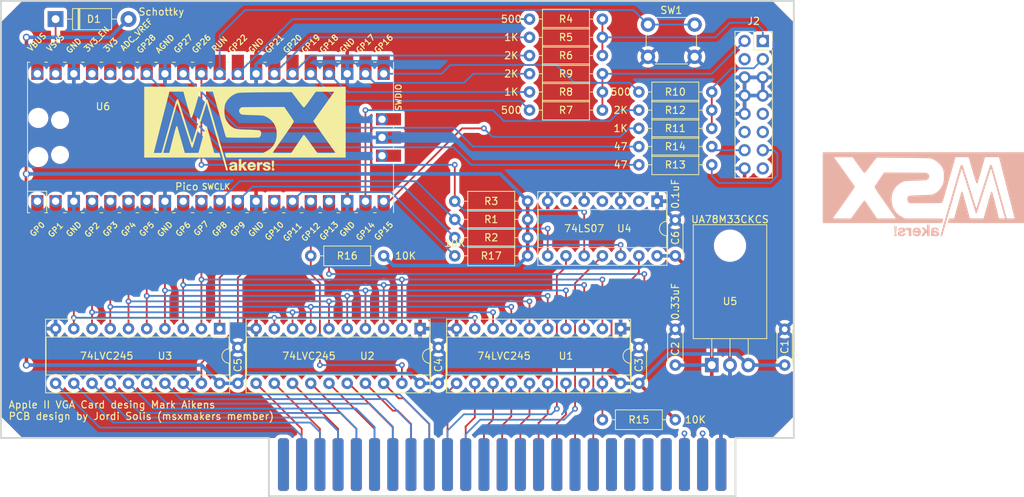
<source format=kicad_pcb>
(kicad_pcb (version 20221018) (generator pcbnew)
  (title_block (title "Apple II VGA Card") (date "2021-12-13") (rev "A") (comment 1 "Licensed under CERN-OHL-P V2.0 (https://ohwr.org/cern_ohl_p_v2.txt)") (comment 2 "Copyright (c) 2021-2022 Mark Aikens"))
  (layers (0 "F.Cu" signal) (31 "B.Cu" signal) (35 "F.Paste" user) (37 "F.SilkS" user "F.Silkscreen") (38 "B.Mask" user) (39 "F.Mask" user) (44 "Edge.Cuts" user))
  (net 0 "")
  (net 1 "+5V")
  (net 2 "GND")
  (net 3 "+3.3V")
  (net 4 "~{DMAPASS}")
  (net 5 "~{INTPASS}")
  (net 6 "Net-(D1-K)")
  (net 7 "/DA0")
  (net 8 "/DA1")
  (net 9 "/DA2")
  (net 10 "/DA3")
  (net 11 "/DA4")
  (net 12 "/DA5")
  (net 13 "/DA6")
  (net 14 "/DA7")
  (net 22 "PHI0")
  (net 23 "R~{W}")
  (net 24 "VGA_VSYNC")
  (net 25 "VGA_HSYNC")
  (net 26 "VGA_B")
  (net 27 "VGA_G")
  (net 28 "VGA_R")
  (net 39 "RUN")
  (net 41 "D0")
  (net 42 "D1")
  (net 43 "D2")
  (net 44 "D3")
  (net 45 "D4")
  (net 46 "D5")
  (net 47 "D6")
  (net 48 "D7")
  (net 49 "A15")
  (net 50 "A14")
  (net 51 "A13")
  (net 52 "A12")
  (net 53 "A11")
  (net 54 "A10")
  (net 55 "A9")
  (net 56 "A8")
  (net 57 "A7")
  (net 58 "A6")
  (net 59 "A5")
  (net 60 "A4")
  (net 61 "A3")
  (net 62 "A2")
  (net 63 "A1")
  (net 64 "A0")
  (net 65 "~{DEVSEL}")
  (net 70 "Net-(U6-GPIO8)")
  (net 71 "Net-(U6-GPIO9)")
  (net 72 "Net-(U6-GPIO26_ADC0)")
  (net 73 "Net-(U6-GPIO22)")
  (net 74 "Net-(U6-GPIO21)")
  (net 75 "Net-(U6-GPIO20)")
  (net 76 "Net-(U6-GPIO19)")
  (net 77 "Net-(U6-GPIO18)")
  (net 78 "Net-(U6-GPIO17)")
  (net 79 "Net-(U6-GPIO16)")
  (net 80 "Net-(U6-GPIO15)")
  (net 81 "Net-(U6-GPIO14)")
  (net 82 "Net-(U6-GPIO28_ADC2)")
  (net 86 "Net-(U6-GPIO27_ADC1)")
  (net 87 "Net-(U1-CE)")
  (net 88 "Net-(U2-CE)")
  (net 89 "Net-(U3-CE)")
  (net 90 "Net-(U3-A->B)")
  (footprint "AppleVGA:AppleIIBus_Edge" (layer "F.Cu") (at 179.07 123.19)
    (fp_text reference "J1")
    (fp_text value "AppleIIBus")
  )
  (footprint "Resistor_THT:R_Axial_DIN0207_L6.3mm_D2.5mm_P10.16mm_Horizontal" (layer "F.Cu") (at 182.626 91.44 180)
    (fp_text reference "R2")
    (fp_text value "330")
  )
  (footprint "Resistor_THT:R_Axial_DIN0207_L6.3mm_D2.5mm_P10.16mm_Horizontal" (layer "F.Cu") (at 182.626 88.9 180)
    (fp_text reference "R1")
    (fp_text value "330")
  )
  (footprint "Resistor_THT:R_Axial_DIN0207_L6.3mm_D2.5mm_P10.16mm_Horizontal" (layer "F.Cu") (at 182.88 66.04)
    (fp_text reference "R6")
    (fp_text value "2K")
  )
  (footprint "Resistor_THT:R_Axial_DIN0207_L6.3mm_D2.5mm_P10.16mm_Horizontal" (layer "F.Cu") (at 182.88 73.66)
    (fp_text reference "R7")
    (fp_text value "500")
  )
  (footprint "Resistor_THT:R_Axial_DIN0207_L6.3mm_D2.5mm_P10.16mm_Horizontal" (layer "F.Cu") (at 198.12 78.74)
    (fp_text reference "R14")
    (fp_text value "47")
  )
  (footprint "Resistor_THT:R_Axial_DIN0207_L6.3mm_D2.5mm_P10.16mm_Horizontal" (layer "F.Cu") (at 198.12 81.28)
    (fp_text reference "R13")
    (fp_text value "47")
  )
  (footprint "Capacitor_THT:C_Disc_D4.3mm_W1.9mm_P5.00mm" (layer "F.Cu") (at 203.2 104.22 -90)
    (fp_text reference "C2")
    (fp_text value "0.33uF")
  )
  (footprint "Capacitor_THT:C_Disc_D4.3mm_W1.9mm_P5.00mm" (layer "F.Cu") (at 203.2 93.98 90)
    (fp_text reference "C6")
    (fp_text value "0.1uF")
  )
  (footprint "Resistor_THT:R_Axial_DIN0207_L6.3mm_D2.5mm_P10.16mm_Horizontal" (layer "F.Cu") (at 198.12 76.2)
    (fp_text reference "R11")
    (fp_text value "1K")
  )
  (footprint "Resistor_THT:R_Axial_DIN0207_L6.3mm_D2.5mm_P10.16mm_Horizontal" (layer "F.Cu") (at 198.12 73.66)
    (fp_text reference "R12")
    (fp_text value "2K")
  )
  (footprint "Resistor_THT:R_Axial_DIN0207_L6.3mm_D2.5mm_P10.16mm_Horizontal" (layer "F.Cu") (at 198.12 71.12)
    (fp_text reference "R10")
    (fp_text value "500")
  )
  (footprint "Resistor_THT:R_Axial_DIN0207_L6.3mm_D2.5mm_P10.16mm_Horizontal" (layer "F.Cu") (at 182.88 71.12)
    (fp_text reference "R8")
    (fp_text value "1K")
  )
  (footprint "Resistor_THT:R_Axial_DIN0207_L6.3mm_D2.5mm_P10.16mm_Horizontal" (layer "F.Cu") (at 182.88 68.58)
    (fp_text reference "R9")
    (fp_text value "2K")
  )
  (footprint "MCU_RaspberryPi_and_Boards:RPi_Pico_SMD_TH" (layer "F.Cu") (at 138.43 77.47 90)
    (fp_text reference "U6")
    (fp_text value "Pico")
  )
  (footprint "Diode_THT:D_DO-41_SOD81_P10.16mm_Horizontal" (layer "F.Cu") (at 116.84 60.96)
    (fp_text reference "D1")
    (fp_text value "Schottky")
  )
  (footprint "Resistor_THT:R_Axial_DIN0207_L6.3mm_D2.5mm_P10.16mm_Horizontal" (layer "F.Cu") (at 182.626 86.36 180)
    (fp_text reference "R3")
    (fp_text value "330")
  )
  (footprint "Resistor_THT:R_Axial_DIN0207_L6.3mm_D2.5mm_P10.16mm_Horizontal" (layer "F.Cu") (at 203.2 116.84 180)
    (fp_text reference "R15")
    (fp_text value "10K")
  )
  (footprint "Resistor_THT:R_Axial_DIN0207_L6.3mm_D2.5mm_P10.16mm_Horizontal" (layer "F.Cu") (at 162.56 93.98 180)
    (fp_text reference "R16")
    (fp_text value "10K")
  )
  (footprint "Button_Switch_THT:SW_PUSH_6mm_H5mm" (layer "F.Cu") (at 199.39 61.722)
    (fp_text reference "SW1")
    (fp_text value "SW_Push")
  )
  (footprint "Package_DIP:DIP-20_W7.62mm_Socket" (layer "F.Cu") (at 195.58 104.14 -90)
    (fp_text reference "U1")
    (fp_text value "74LVC245")
  )
  (footprint "Package_DIP:DIP-20_W7.62mm_Socket" (layer "F.Cu") (at 139.7 104.14 -90)
    (fp_text reference "U3")
    (fp_text value "74LVC245")
  )
  (footprint "Package_DIP:DIP-20_W7.62mm_Socket" (layer "F.Cu") (at 167.64 104.14 -90)
    (fp_text reference "U2")
    (fp_text value "74LVC245")
  )
  (footprint "Package_DIP:DIP-14_W7.62mm_Socket" (layer "F.Cu") (at 200.66 86.36 -90)
    (fp_text reference "U4")
    (fp_text value "74LS07")
  )
  (footprint "Capacitor_THT:C_Disc_D4.3mm_W1.9mm_P5.00mm" (layer "F.Cu") (at 142.24 111.76 90)
    (fp_text reference "C5")
    (fp_text value "0.1uF")
  )
  (footprint "Capacitor_THT:C_Disc_D4.3mm_W1.9mm_P5.00mm" (layer "F.Cu") (at 170.18 111.76 90)
    (fp_text reference "C4")
    (fp_text value "0.1uF")
  )
  (footprint "Capacitor_THT:C_Disc_D4.3mm_W1.9mm_P5.00mm" (layer "F.Cu") (at 198.12 111.76 90)
    (fp_text reference "C3")
    (fp_text value "0.1uF")
  )
  (footprint "Resistor_THT:R_Axial_DIN0207_L6.3mm_D2.5mm_P10.16mm_Horizontal" (layer "F.Cu") (at 182.626 93.98 180)
    (fp_text reference "R17")
    (fp_text value "10K")
  )
  (footprint "Package_TO_SOT_THT:TO-220-3_Horizontal_TabDown" (layer "F.Cu") (at 208.28 109.22)
    (fp_text reference "U5")
    (fp_text value "UA78M33CKCS")
  )
  (footprint "Capacitor_THT:C_Disc_D4.3mm_W1.9mm_P5.00mm" (layer "F.Cu") (at 218.44 109.22 90)
    (fp_text reference "C1")
    (fp_text value "0.1uF")
  )
  (footprint "Connector_PinSocket_2.54mm:PinSocket_2x08_P2.54mm_Vertical" (layer "F.Cu") (at 215.392 64.008)
    (fp_text reference "J2")
    (fp_text value "VGA")
  )
  (footprint "Resistor_THT:R_Axial_DIN0207_L6.3mm_D2.5mm_P10.16mm_Horizontal" (layer "F.Cu") (at 182.88 63.5)
    (fp_text reference "R5")
    (fp_text value "1K")
  )
  (footprint "Resistor_THT:R_Axial_DIN0207_L6.3mm_D2.5mm_P10.16mm_Horizontal" (layer "F.Cu") (at 182.88 60.96)
    (fp_text reference "R4")
    (fp_text value "500")
  )
  (footprint "MSXmakers:Logo_MSXmakers_fsilk_29x14" (layer "F.Cu") (at 143.256 76.2)
    (fp_text reference "G***" hide)
    (fp_text value "Val**" hide)
  )
  (footprint "MSXmakers:Logo_MSXmakers_fsilk_29x14" (layer "B.Cu") (at 237.744 85.344 180)
    (fp_text reference "G***" hide)
    (fp_text value "Val**" hide)
  )
  (gr_line (start 211.582 127.508) (end 211.582 119.38) (stroke (width 0.254)) (layer "Edge.Cuts"))
  (gr_line (start 219.71 119.38) (end 219.71 58.42) (stroke (width 0.254)) (layer "Edge.Cuts"))
  (gr_line (start 219.71 58.42) (end 109.22 58.42) (stroke (width 0.254)) (layer "Edge.Cuts"))
  (gr_line (start 146.558 127.508) (end 211.582 127.508) (stroke (width 0.254)) (layer "Edge.Cuts"))
  (gr_line (start 211.582 119.38) (end 219.71 119.38) (stroke (width 0.254)) (layer "Edge.Cuts"))
  (gr_line (start 109.22 119.38) (end 146.558 119.38) (stroke (width 0.254)) (layer "Edge.Cuts"))
  (gr_line (start 146.558 119.38) (end 146.558 127.508) (stroke (width 0.254)) (layer "Edge.Cuts"))
  (gr_line (start 109.22 58.42) (end 109.22 119.38) (stroke (width 0.254)) (layer "Edge.Cuts"))
  (gr_text "Apple II VGA Card desing Mark Aikens\nPCB design by Jordi Solis (msxmakers member)" (at 110.2106 116.9416) (layer "F.SilkS") (effects (font (size 1 1)) (justify left bottom)))
  (segment (start 208.28 117.475) (end 209.55 118.745) (width 0.5) (layer "F.Cu") (net 1))
  (segment (start 208.28 99.06) (end 203.2 93.98) (width 0.5) (layer "F.Cu") (net 1))
  (segment (start 208.28 109.22) (end 208.28 99.06) (width 0.5) (layer "F.Cu") (net 1))
  (segment (start 209.55 118.745) (end 209.55 123.09) (width 0.5) (layer "F.Cu") (net 1))
  (segment (start 208.28 109.22) (end 208.28 117.475) (width 0.5) (layer "F.Cu") (net 1))
  (segment (start 203.2 109.22) (end 208.28 109.22) (width 0.5) (layer "B.Cu") (net 1))
  (segment (start 203.2 93.98) (end 200.66 93.98) (width 0.5) (layer "B.Cu") (net 1))
  (segment (start 209.55 118.66) (end 209.55 123.09) (width 0.5) (layer "B.Cu") (net 2))
  (segment (start 210.82 109.22) (end 210.82 117.39) (width 0.5) (layer "B.Cu") (net 2))
  (segment (start 210.82 117.39) (end 209.55 118.66) (width 0.5) (layer "B.Cu") (net 2))
  (segment (start 195.58 104.14) (end 195.58 104.22) (width 0.5) (layer "B.Cu") (net 2))
  (segment (start 182.626 93.98) (end 182.626 86.36) (width 0.5) (layer "F.Cu") (net 3))
  (segment (start 203.2 116.84) (end 198.12 111.76) (width 0.5) (layer "F.Cu") (net 3))
  (segment (start 112.776 109.22) (end 112.776 63.5) (width 0.5) (layer "F.Cu") (net 3))
  (via (at 112.776 82.55) (size 1) (drill 0.6) (layers "F.Cu" "B.Cu") (net 3))
  (via (at 112.776 109.22) (size 1) (drill 0.6) (layers "F.Cu" "B.Cu") (net 3))
  (via (at 112.776 63.5) (size 1) (drill 0.6) (layers "F.Cu" "B.Cu") (net 3))
  (segment (start 213.36 109.22) (end 218.44 109.22) (width 0.5) (layer "B.Cu") (net 3))
  (segment (start 127 60.96) (end 124.46 63.5) (width 0.5) (layer "B.Cu") (net 3))
  (segment (start 195.58 111.76) (end 194.23 110.41) (width 0.5) (layer "B.Cu") (net 3))
  (segment (start 163.91 95.33) (end 181.276 95.33) (width 0.5) (layer "B.Cu") (net 3))
  (segment (start 182.626 86.36) (end 178.816 82.55) (width 0.5) (layer "B.Cu") (net 3))
  (segment (start 162.56 93.98) (end 163.91 95.33) (width 0.5) (layer "B.Cu") (net 3))
  (segment (start 198.12 111.76) (end 195.58 111.76) (width 0.5) (layer "B.Cu") (net 3))
  (segment (start 202.21 107.67) (end 198.12 111.76) (width 0.5) (layer "B.Cu") (net 3))
  (segment (start 167.64 111.76) (end 166.29 110.41) (width 0.5) (layer "B.Cu") (net 3))
  (segment (start 166.29 110.41) (end 143.59 110.41) (width 0.5) (layer "B.Cu") (net 3))
  (segment (start 194.23 110.41) (end 171.53 110.41) (width 0.5) (layer "B.Cu") (net 3))
  (segment (start 137.16 109.22) (end 112.776 109.22) (width 0.5) (layer "B.Cu") (net 3))
  (segment (start 178.816 82.55) (end 112.776 82.55) (width 0.5) (layer "B.Cu") (net 3))
  (segment (start 170.18 111.76) (end 167.64 111.76) (width 0.5) (layer "B.Cu") (net 3))
  (segment (start 142.24 111.76) (end 139.7 111.76) (width 0.5) (layer "B.Cu") (net 3))
  (segment (start 143.59 110.41) (end 142.24 111.76) (width 0.5) (layer "B.Cu") (net 3))
  (segment (start 181.276 95.33) (end 182.626 93.98) (width 0.5) (layer "B.Cu") (net 3))
  (segment (start 213.36 109.22) (end 211.81 107.67) (width 0.5) (layer "B.Cu") (net 3))
  (segment (start 139.7 111.76) (end 137.16 109.22) (width 0.5) (layer "B.Cu") (net 3))
  (segment (start 211.81 107.67) (end 202.21 107.67) (width 0.5) (layer "B.Cu") (net 3))
  (segment (start 171.53 110.41) (end 170.18 111.76) (width 0.5) (layer "B.Cu") (net 3))
  (segment (start 124.46 63.5) (end 112.776 63.5) (width 0.5) (layer "B.Cu") (net 3))
  (segment (start 207.01 123.09) (end 207.01 118.745) (width 0.25) (layer "F.Cu") (net 4))
  (via (at 207.01 118.745) (size 0.8) (drill 0.4) (layers "F.Cu" "B.Cu") (net 4))
  (segment (start 207.01 123.09) (end 207.01 118.745) (width 0.25) (layer "B.Cu") (net 4))
  (segment (start 204.47 123.09) (end 204.47 118.745) (width 0.25) (layer "F.Cu") (net 5))
  (via (at 204.47 118.745) (size 0.8) (drill 0.4) (layers "F.Cu" "B.Cu") (net 5))
  (segment (start 204.47 123.09) (end 204.47 118.745) (width 0.25) (layer "B.Cu") (net 5))
  (segment (start 116.84 60.96) (end 116.84 68.58) (width 0.25) (layer "F.Cu") (net 6))
  (segment (start 119.38 102.615988) (end 119.379988 102.616) (width 0.25) (layer "F.Cu") (net 7))
  (segment (start 119.38 102.616012) (end 119.379988 102.616) (width 0.25) (layer "F.Cu") (net 7))
  (segment (start 119.38 104.14) (end 119.38 102.616012) (width 0.25) (layer "F.Cu") (net 7))
  (segment (start 119.38 97.536) (end 119.38 102.615988) (width 0.25) (layer "F.Cu") (net 7))
  (segment (start 147.32 104.14) (end 147.32 102.616) (width 0.25) (layer "F.Cu") (net 7))
  (segment (start 175.26 104.14) (end 175.26 102.616004) (width 0.25) (layer "F.Cu") (net 7))
  (segment (start 114.3 92.456) (end 119.38 97.536) (width 0.25) (layer "F.Cu") (net 7))
  (segment (start 114.3 86.36) (end 114.3 92.456) (width 0.25) (layer "F.Cu") (net 7))
  (via (at 175.26 102.616004) (size 0.8) (drill 0.4) (layers "F.Cu" "B.Cu") (net 7))
  (via (at 147.32 102.616) (size 0.8) (drill 0.4) (layers "F.Cu" "B.Cu") (net 7))
  (via (at 119.379988 102.616) (size 0.8) (drill 0.4) (layers "F.Cu" "B.Cu") (net 7))
  (segment (start 119.379988 102.616) (end 147.32 102.616) (width 0.25) (layer "B.Cu") (net 7))
  (segment (start 175.259996 102.616) (end 175.26 102.616004) (width 0.25) (layer "B.Cu") (net 7))
  (segment (start 147.32 102.616) (end 175.259996 102.616) (width 0.25) (layer "B.Cu") (net 7))
  (segment (start 121.92 104.14) (end 121.92 101.854) (width 0.25) (layer "F.Cu") (net 8))
  (segment (start 121.92 96.774) (end 116.84 91.694) (width 0.25) (layer "F.Cu") (net 8))
  (segment (start 121.92 101.854) (end 121.92 96.774) (width 0.25) (layer "F.Cu") (net 8))
  (segment (start 177.8 104.14) (end 177.8 101.854008) (width 0.25) (layer "F.Cu") (net 8))
  (segment (start 149.86 104.14) (end 149.86 101.854008) (width 0.25) (layer "F.Cu") (net 8))
  (segment (start 116.84 91.694) (end 116.84 86.36) (width 0.25) (layer "F.Cu") (net 8))
  (via (at 177.8 101.854008) (size 0.8) (drill 0.4) (layers "F.Cu" "B.Cu") (net 8))
  (via (at 149.86 101.854008) (size 0.8) (drill 0.4) (layers "F.Cu" "B.Cu") (net 8))
  (via (at 121.92 101.854) (size 0.8) (drill 0.4) (layers "F.Cu" "B.Cu") (net 8))
  (segment (start 177.8 101.854008) (end 121.920008 101.854008) (width 0.25) (layer "B.Cu") (net 8))
  (segment (start 121.920008 101.854008) (end 121.92 101.854) (width 0.25) (layer "B.Cu") (net 8))
  (segment (start 121.92 86.36) (end 121.92 93.726) (width 0.25) (layer "F.Cu") (net 9))
  (segment (start 124.46 104.14) (end 124.46 101.092) (width 0.25) (layer "F.Cu") (net 9))
  (segment (start 124.46 96.266) (end 124.46 101.092) (width 0.25) (layer "F.Cu") (net 9))
  (segment (start 180.34 104.14) (end 180.34 101.092) (width 0.25) (layer "F.Cu") (net 9))
  (segment (start 121.92 93.726) (end 124.46 96.266) (width 0.25) (layer "F.Cu") (net 9))
  (segment (start 152.4 104.14) (end 152.4 101.092) (width 0.25) (layer "F.Cu") (net 9))
  (via (at 180.34 101.092) (size 0.8) (drill 0.4) (layers "F.Cu" "B.Cu") (net 9))
  (via (at 152.4 101.092) (size 0.8) (drill 0.4) (layers "F.Cu" "B.Cu") (net 9))
  (via (at 124.46 101.092) (size 0.8) (drill 0.4) (layers "F.Cu" "B.Cu") (net 9))
  (segment (start 124.46 101.092) (end 180.34 101.092) (width 0.25) (layer "B.Cu") (net 9))
  (segment (start 124.46 92.964) (end 124.46 86.36) (width 0.25) (layer "F.Cu") (net 10))
  (segment (start 127 104.14) (end 127 100.33) (width 0.25) (layer "F.Cu") (net 10))
  (segment (start 154.94 104.14) (end 154.94 100.33) (width 0.25) (layer "F.Cu") (net 10))
  (segment (start 127 100.33) (end 127 95.504) (width 0.25) (layer "F.Cu") (net 10))
  (segment (start 127 95.504) (end 124.46 92.964) (width 0.25) (layer "F.Cu") (net 10))
  (segment (start 182.88 100.33) (end 182.88 104.14) (width 0.25) (layer "F.Cu") (net 10))
  (via (at 182.88 100.33) (size 0.8) (drill 0.4) (layers "F.Cu" "B.Cu") (net 10))
  (via (at 127 100.33) (size 0.8) (drill 0.4) (layers "F.Cu" "B.Cu") (net 10))
  (via (at 154.94 100.33) (size 0.8) (drill 0.4) (layers "F.Cu" "B.Cu") (net 10))
  (segment (start 182.626 100.33) (end 182.88 100.33) (width 0.25) (layer "B.Cu") (net 10))
  (segment (start 127 100.33) (end 182.626 100.33) (width 0.25) (layer "B.Cu") (net 10))
  (segment (start 185.42 104.14) (end 185.42 99.568) (width 0.25) (layer "F.Cu") (net 11))
  (segment (start 129.54 99.568) (end 129.54 104.14) (width 0.25) (layer "F.Cu") (net 11))
  (segment (start 129.54 99.568) (end 129.54 95.25) (width 0.25) (layer "F.Cu") (net 11))
  (segment (start 129.54 95.25) (end 127 92.71) (width 0.25) (layer "F.Cu") (net 11))
  (segment (start 127 92.71) (end 127 86.36) (width 0.25) (layer "F.Cu") (net 11))
  (segment (start 157.48 104.14) (end 157.48 99.568) (width 0.25) (layer "F.Cu") (net 11))
  (via (at 185.42 99.568) (size 0.8) (drill 0.4) (layers "F.Cu" "B.Cu") (net 11))
  (via (at 157.48 99.568) (size 0.8) (drill 0.4) (layers "F.Cu" "B.Cu") (net 11))
  (via (at 129.54 99.568) (size 0.8) (drill 0.4) (layers "F.Cu" "B.Cu") (net 11))
  (segment (start 185.42 99.568) (end 129.54 99.568) (width 0.25) (layer "B.Cu") (net 11))
  (segment (start 129.54 92.202) (end 129.54 86.36) (width 0.25) (layer "F.Cu") (net 12))
  (segment (start 132.08 94.742) (end 129.54 92.202) (width 0.25) (layer "F.Cu") (net 12))
  (segment (start 160.02 104.14) (end 160.02 98.806) (width 0.25) (layer "F.Cu") (net 12))
  (segment (start 132.08 104.14) (end 132.08 98.806) (width 0.25) (layer "F.Cu") (net 12))
  (segment (start 187.96 98.806) (end 187.96 104.14) (width 0.25) (layer "F.Cu") (net 12))
  (segment (start 132.08 98.806) (end 132.08 94.742) (width 0.25) (layer "F.Cu") (net 12))
  (via (at 160.02 98.806) (size 0.8) (drill 0.4) (layers "F.Cu" "B.Cu") (net 12))
  (via (at 187.96 98.806) (size 0.8) (drill 0.4) (layers "F.Cu" "B.Cu") (net 12))
  (via (at 132.08 98.806) (size 0.8) (drill 0.4) (layers "F.Cu" "B.Cu") (net 12))
  (segment (start 132.08 98.806) (end 187.96 98.806) (width 0.25) (layer "B.Cu") (net 12))
  (segment (start 162.56 104.14) (end 162.56 98.044) (width 0.25) (layer "F.Cu") (net 13))
  (segment (start 134.62 98.044) (end 134.62 86.36) (width 0.25) (layer "F.Cu") (net 13))
  (segment (start 190.5 104.14) (end 190.5 98.044) (width 0.25) (layer "F.Cu") (net 13))
  (segment (start 134.62 98.044) (end 134.62 104.14) (width 0.25) (layer "F.Cu") (net 13))
  (via (at 134.62 98.044) (size 0.8) (drill 0.4) (layers "F.Cu" "B.Cu") (net 13))
  (via (at 162.56 98.044) (size 0.8) (drill 0.4) (layers "F.Cu" "B.Cu") (net 13))
  (via (at 190.5 98.044) (size 0.8) (drill 0.4) (layers "F.Cu" "B.Cu") (net 13))
  (segment (start 190.5 98.044) (end 134.62 98.044) (width 0.25) (layer "B.Cu") (net 13))
  (segment (start 193.04 97.282) (end 193.04 104.14) (width 0.25) (layer "F.Cu") (net 14))
  (segment (start 137.16 104.14) (end 137.16 97.282) (width 0.25) (layer "F.Cu") (net 14))
  (segment (start 137.16 97.282) (end 137.16 86.36) (width 0.25) (layer "F.Cu") (net 14))
  (segment (start 165.1 104.14) (end 165.1 97.282) (width 0.25) (layer "F.Cu") (net 14))
  (via (at 165.1 97.282) (size 0.8) (drill 0.4) (layers "F.Cu" "B.Cu") (net 14))
  (via (at 137.16 97.282) (size 0.8) (drill 0.4) (layers "F.Cu" "B.Cu") (net 14))
  (via (at 193.04 97.282) (size 0.8) (drill 0.4) (layers "F.Cu" "B.Cu") (net 14))
  (segment (start 137.16 97.282) (end 190.753999 97.282) (width 0.25) (layer "B.Cu") (net 14))
  (segment (start 190.753999 97.282) (end 193.04 97.282) (width 0.25) (layer "B.Cu") (net 14))
  (segment (start 193.04 93.98) (end 189.23 97.79) (width 0.25) (layer "F.Cu") (net 22))
  (segment (start 189.23 97.79) (end 189.23 115.316) (width 0.25) (layer "F.Cu") (net 22))
  (via (at 189.23 115.316) (size 0.8) (drill 0.4) (layers "F.Cu" "B.Cu") (net 22))
  (segment (start 187.706 116.84) (end 189.23 115.316) (width 0.25) (layer "B.Cu") (net 22))
  (segment (start 173.99 118.872) (end 176.022 116.84) (width 0.25) (layer "B.Cu") (net 22))
  (segment (start 173.99 123.09) (end 173.99 118.872) (width 0.25) (layer "B.Cu") (net 22))
  (segment (start 176.022 116.84) (end 187.706 116.84) (width 0.25) (layer "B.Cu") (net 22))
  (segment (start 194.31 100.076) (end 198.12 96.266) (width 0.25) (layer "F.Cu") (net 23))
  (segment (start 191.77 108.712) (end 194.31 106.172) (width 0.25) (layer "F.Cu") (net 23))
  (segment (start 198.12 96.266) (end 198.12 93.98) (width 0.25) (layer "F.Cu") (net 23))
  (segment (start 191.77 123.09) (end 191.77 108.712) (width 0.25) (layer "F.Cu") (net 23))
  (segment (start 194.31 106.172) (end 194.31 100.076) (width 0.25) (layer "F.Cu") (net 23))
  (segment (start 212.852 79.248) (end 208.788 79.248) (width 0.25) (layer "B.Cu") (net 24))
  (segment (start 208.788 79.248) (end 208.28 78.74) (width 0.25) (layer "B.Cu") (net 24))
  (segment (start 208.28 82.804) (end 208.28 81.28) (width 0.25) (layer "B.Cu") (net 25))
  (segment (start 217.424 82.804) (end 216.408 83.82) (width 0.25) (layer "B.Cu") (net 25))
  (segment (start 209.296 83.82) (end 208.28 82.804) (width 0.25) (layer "B.Cu") (net 25))
  (segment (start 215.392 79.248) (end 216.916 79.248) (width 0.25) (layer "B.Cu") (net 25))
  (segment (start 216.408 83.82) (end 209.296 83.82) (width 0.25) (layer "B.Cu") (net 25))
  (segment (start 217.424 79.756) (end 217.424 82.804) (width 0.25) (layer "B.Cu") (net 25))
  (segment (start 216.916 79.248) (end 217.424 79.756) (width 0.25) (layer "B.Cu") (net 25))
  (segment (start 208.28 71.12) (end 208.28 76.2) (width 0.25) (layer "F.Cu") (net 26))
  (segment (start 208.28 70.612) (end 208.28 71.12) (width 0.25) (layer "B.Cu") (net 26))
  (segment (start 211.074344 67.817656) (end 208.28 70.612) (width 0.25) (layer "B.Cu") (net 26))
  (segment (start 215.392 66.548) (end 214.122344 67.817656) (width 0.25) (layer "B.Cu") (net 26))
  (segment (start 214.122344 67.817656) (end 211.074344 67.817656) (width 0.25) (layer "B.Cu") (net 26))
  (segment (start 193.04 68.58) (end 193.04 73.66) (width 0.25) (layer "F.Cu") (net 27))
  (segment (start 193.04 68.58) (end 208.28 68.58) (width 0.25) (layer "B.Cu") (net 27))
  (segment (start 208.28 68.58) (end 212.852 64.008) (width 0.25) (layer "B.Cu") (net 27))
  (segment (start 193.04 60.96) (end 193.04 66.04) (width 0.25) (layer "F.Cu") (net 28))
  (segment (start 193.04 63.5) (end 208.788 63.5) (width 0.25) (layer "B.Cu") (net 28))
  (segment (start 208.788 63.5) (end 210.82 61.468) (width 0.25) (layer "B.Cu") (net 28))
  (segment (start 210.82 61.468) (end 214.376 61.468) (width 0.25) (layer "B.Cu") (net 28))
  (segment (start 215.392 62.484) (end 215.392 64.008) (width 0.25) (layer "B.Cu") (net 28))
  (segment (start 214.376 61.468) (end 215.392 62.484) (width 0.25) (layer "B.Cu") (net 28))
  (segment (start 197.358 59.69) (end 199.39 61.722) (width 0.25) (layer "B.Cu") (net 39))
  (segment (start 139.7 63.246) (end 143.256 59.69) (width 0.25) (layer "B.Cu") (net 39))
  (segment (start 139.7 68.58) (end 139.7 63.246) (width 0.25) (layer "B.Cu") (net 39))
  (segment (start 199.39 61.722) (end 205.89 61.722) (width 0.25) (layer "B.Cu") (net 39))
  (segment (start 143.256 59.69) (end 197.358 59.69) (width 0.25) (layer "B.Cu") (net 39))
  (segment (start 123.02 117.94) (end 116.84 111.76) (width 0.25) (layer "B.Cu") (net 41))
  (segment (start 149.96 117.94) (end 123.02 117.94) (width 0.25) (layer "B.Cu") (net 41))
  (segment (start 151.13 119.11) (end 149.96 117.94) (width 0.25) (layer "B.Cu") (net 41))
  (segment (start 151.13 123.09) (end 151.13 119.11) (width 0.25) (layer "B.Cu") (net 41))
  (segment (start 153.67 118.56) (end 152.35 117.24) (width 0.25) (layer "B.Cu") (net 42))
  (segment (start 153.67 123.09) (end 153.67 118.56) (width 0.25) (layer "B.Cu") (net 42))
  (segment (start 124.86 117.24) (end 119.38 111.76) (width 0.25) (layer "B.Cu") (net 42))
  (segment (start 152.35 117.24) (end 124.86 117.24) (width 0.25) (layer "B.Cu") (net 42))
  (segment (start 126.7 116.54) (end 121.92 111.76) (width 0.25) (layer "B.Cu") (net 43))
  (segment (start 154.32 116.54) (end 126.7 116.54) (width 0.25) (layer "B.Cu") (net 43))
  (segment (start 156.21 118.43) (end 154.32 116.54) (width 0.25) (layer "B.Cu") (net 43))
  (segment (start 156.21 123.09) (end 156.21 118.43) (width 0.25) (layer "B.Cu") (net 43))
  (segment (start 158.75 123.09) (end 158.75 118.08) (width 0.25) (layer "B.Cu") (net 44))
  (segment (start 156.57 115.9) (end 128.6 115.9) (width 0.25) (layer "B.Cu") (net 44))
  (segment (start 128.6 115.9) (end 124.46 111.76) (width 0.25) (layer "B.Cu") (net 44))
  (segment (start 158.75 118.08) (end 156.57 115.9) (width 0.25) (layer "B.Cu") (net 44))
  (segment (start 161.29 117.86) (end 158.71 115.28) (width 0.25) (layer "B.Cu") (net 45))
  (segment (start 130.52 115.28) (end 127 111.76) (width 0.25) (layer "B.Cu") (net 45))
  (segment (start 161.29 123.09) (end 161.29 117.86) (width 0.25) (layer "B.Cu") (net 45))
  (segment (start 158.71 115.28) (end 130.52 115.28) (width 0.25) (layer "B.Cu") (net 45))
  (segment (start 163.83 123.09) (end 163.83 117.81) (width 0.25) (layer "B.Cu") (net 46))
  (segment (start 163.83 117.81) (end 160.62 114.6) (width 0.25) (layer "B.Cu") (net 46))
  (segment (start 132.38 114.6) (end 129.54 111.76) (width 0.25) (layer "B.Cu") (net 46))
  (segment (start 160.62 114.6) (end 132.38 114.6) (width 0.25) (layer "B.Cu") (net 46))
  (segment (start 166.37 123.09) (end 166.37 117.51) (width 0.25) (layer "B.Cu") (net 47))
  (segment (start 166.37 117.51) (end 162.82 113.96) (width 0.25) (layer "B.Cu") (net 47))
  (segment (start 162.82 113.96) (end 134.28 113.96) (width 0.25) (layer "B.Cu") (net 47))
  (segment (start 134.28 113.96) (end 132.08 111.76) (width 0.25) (layer "B.Cu") (net 47))
  (segment (start 168.91 123.09) (end 168.91 117.42) (width 0.25) (layer "B.Cu") (net 48))
  (segment (start 168.91 117.42) (end 164.8 113.31) (width 0.25) (layer "B.Cu") (net 48))
  (segment (start 164.8 113.31) (end 136.17 113.31) (width 0.25) (layer "B.Cu") (net 48))
  (segment (start 136.17 113.31) (end 134.62 111.76) (width 0.25) (layer "B.Cu") (net 48))
  (segment (start 189.23 117.46) (end 189.23 123.09) (width 0.25) (layer "F.Cu") (net 49))
  (segment (start 190.5 116.19) (end 189.23 117.46) (width 0.25) (layer "F.Cu") (net 49))
  (segment (start 190.5 111.76) (end 190.5 116.19) (width 0.25) (layer "F.Cu") (net 49))
  (segment (start 186.69 117.39) (end 186.69 123.09) (width 0.25) (layer "F.Cu") (net 50))
  (segment (start 187.96 116.12) (end 186.69 117.39) (width 0.25) (layer "F.Cu") (net 50))
  (segment (start 187.96 111.76) (end 187.96 116.12) (width 0.25) (layer "F.Cu") (net 50))
  (segment (start 185.42 111.76) (end 185.42 116.02) (width 0.25) (layer "F.Cu") (net 51))
  (segment (start 185.42 116.02) (end 184.15 117.29) (width 0.25) (layer "F.Cu") (net 51))
  (segment (start 184.15 117.29) (end 184.15 123.09) (width 0.25) (layer "F.Cu") (net 51))
  (segment (start 181.61 117.52) (end 181.61 123.09) (width 0.25) (layer "F.Cu") (net 52))
  (segment (start 182.88 111.76) (end 182.88 116.25) (width 0.25) (layer "F.Cu") (net 52))
  (segment (start 182.88 116.25) (end 181.61 117.52) (width 0.25) (layer "F.Cu") (net 52))
  (segment (start 180.34 116.38) (end 179.07 117.65) (width 0.25) (layer "F.Cu") (net 53))
  (segment (start 180.34 111.76) (end 180.34 116.38) (width 0.25) (layer "F.Cu") (net 53))
  (segment (start 179.07 117.65) (end 179.07 123.09) (width 0.25) (layer "F.Cu") (net 53))
  (segment (start 176.53 118.1) (end 177.8 116.83) (width 0.25) (layer "F.Cu") (net 54))
  (segment (start 177.8 116.83) (end 177.8 111.76) (width 0.25) (layer "F.Cu") (net 54))
  (segment (start 176.53 123.09) (end 176.53 118.1) (width 0.25) (layer "F.Cu") (net 54))
  (segment (start 175.26 116.51) (end 173.97 117.8) (width 0.25) (layer "F.Cu") (net 55))
  (segment (start 173.99 117.82) (end 173.99 123.09) (width 0.25) (layer "F.Cu") (net 55))
  (segment (start 173.97 117.8) (end 173.99 117.82) (width 0.25) (layer "F.Cu") (net 55))
  (segment (start 175.26 111.76) (end 175.26 116.51) (width 0.25) (layer "F.Cu") (net 55))
  (segment (start 171.45 113.03) (end 171.45 123.09) (width 0.25) (layer "F.Cu") (net 56))
  (segment (start 172.72 111.76) (end 171.45 113.03) (width 0.25) (layer "F.Cu") (net 56))
  (segment (start 165.314505 113.855495) (end 164.655495 113.855495) (width 0.25) (layer "F.Cu") (net 57))
  (segment (start 168.91 123.09) (end 168.91 117.450991) (width 0.25) (layer "F.Cu") (net 57))
  (segment (start 168.91 117.450991) (end 165.314505 113.855495) (width 0.25) (layer "F.Cu") (net 57))
  (segment (start 164.655495 113.855495) (end 162.56 111.76) (width 0.25) (layer "F.Cu") (net 57))
  (segment (start 166.37 123.09) (end 166.37 117.43) (width 0.25) (layer "F.Cu") (net 58))
  (segment (start 164.52 115.58) (end 163.84 115.58) (width 0.25) (layer "F.Cu") (net 58))
  (segment (start 166.37 117.43) (end 164.52 115.58) (width 0.25) (layer "F.Cu") (net 58))
  (segment (start 163.84 115.58) (end 160.02 111.76) (width 0.25) (layer "F.Cu") (net 58))
  (segment (start 163.83 123.09) (end 163.83 117.895) (width 0.25) (layer "F.Cu") (net 59))
  (segment (start 163.83 117.895) (end 157.695 111.76) (width 0.25) (layer "F.Cu") (net 59))
  (segment (start 157.695 111.76) (end 157.48 111.76) (width 0.25) (layer "F.Cu") (net 59))
  (segment (start 161.29 118.11) (end 154.94 111.76) (width 0.25) (layer "F.Cu") (net 60))
  (segment (start 161.29 123.09) (end 161.29 118.11) (width 0.25) (layer "F.Cu") (net 60))
  (segment (start 158.75 123.09) (end 158.75 118.11) (width 0.25) (layer "F.Cu") (net 61))
  (segment (start 158.75 118.11) (end 152.4 111.76) (width 0.25) (layer "F.Cu") (net 61))
  (segment (start 156.21 118.11) (end 149.86 111.76) (width 0.25) (layer "F.Cu") (net 62))
  (segment (start 156.21 123.09) (end 156.21 118.11) (width 0.25) (layer "F.Cu") (net 62))
  (segment (start 153.67 123.09) (end 153.67 118.11) (width 0.25) (layer "F.Cu") (net 63))
  (segment (start 153.67 118.11) (end 147.32 111.76) (width 0.25) (layer "F.Cu") (net 63))
  (segment (start 151.13 118.11) (end 144.78 111.76) (width 0.25) (layer "F.Cu") (net 64))
  (segment (start 151.13 123.09) (end 151.13 118.11) (width 0.25) (layer "F.Cu") (net 64))
  (segment (start 187.96 95.504) (end 187.96 93.98) (width 0.25) (layer "F.Cu") (net 65))
  (segment (start 186.69 96.774) (end 187.96 95.504) (width 0.25) (layer "F.Cu") (net 65))
  (segment (start 186.69 115.316) (end 186.69 96.774) (width 0.25) (layer "F.Cu") (net 65))
  (via (at 186.69 115.316) (size 0.8) (drill 0.4) (layers "F.Cu" "B.Cu") (net 65))
  (segment (start 173.736 116.078) (end 185.928 116.078) (width 0.25) (layer "B.Cu") (net 65))
  (segment (start 185.928 116.078) (end 186.69 115.316) (width 0.25) (layer "B.Cu") (net 65))
  (segment (start 171.45 118.364) (end 173.736 116.078) (width 0.25) (layer "B.Cu") (net 65))
  (segment (start 171.45 123.09) (end 171.45 118.364) (width 0.25) (layer "B.Cu") (net 65))
  (segment (start 185.42 93.98) (end 185.42 92.456) (width 0.25) (layer "F.Cu") (net 70))
  (segment (start 185.42 92.456) (end 185.42 90.17) (width 0.25) (layer "F.Cu") (net 70))
  (via (at 185.42 90.17) (size 0.8) (drill 0.4) (layers "F.Cu" "B.Cu") (net 70))
  (segment (start 142.494 83.566) (end 139.7 86.36) (width 0.25) (layer "B.Cu") (net 70))
  (segment (start 173.736 90.17) (end 185.42 90.17) (width 0.25) (layer "B.Cu") (net 70))
  (segment (start 167.132 83.566) (end 142.494 83.566) (width 0.25) (layer "B.Cu") (net 70))
  (segment (start 172.466 88.9) (end 167.132 83.566) (width 0.25) (layer "B.Cu") (net 70))
  (segment (start 173.736 90.17) (end 172.466 88.9) (width 0.25) (layer "B.Cu") (net 70))
  (segment (start 195.58 93.98) (end 195.58 92.456006) (width 0.25) (layer "F.Cu") (net 71))
  (via (at 195.58 92.456006) (size 0.8) (drill 0.4) (layers "F.Cu" "B.Cu") (net 71))
  (segment (start 165.354 84.328) (end 144.272 84.328) (width 0.25) (layer "B.Cu") (net 71))
  (segment (start 144.272 84.328) (end 142.24 86.36) (width 0.25) (layer "B.Cu") (net 71))
  (segment (start 195.58 92.456006) (end 195.579994 92.456) (width 0.25) (layer "B.Cu") (net 71))
  (segment (start 172.466 91.44) (end 165.354 84.328) (width 0.25) (layer "B.Cu") (net 71))
  (segment (start 173.691 92.665) (end 172.466 91.44) (width 0.25) (layer "B.Cu") (net 71))
  (segment (start 184.15 92.456) (end 183.941 92.665) (width 0.25) (layer "B.Cu") (net 71))
  (segment (start 183.941 92.665) (end 173.691 92.665) (width 0.25) (layer "B.Cu") (net 71))
  (segment (start 195.579994 92.456) (end 184.15 92.456) (width 0.25) (layer "B.Cu") (net 71))
  (segment (start 190.5 93.98) (end 190.5 87.884) (width 0.25) (layer "F.Cu") (net 72))
  (segment (start 137.16 68.58) (end 137.16 81.279992) (width 0.25) (layer "F.Cu") (net 72))
  (segment (start 172.466 86.36) (end 172.466 81.28) (width 0.25) (layer "F.Cu") (net 72))
  (via (at 172.466 81.28) (size 0.8) (drill 0.4) (layers "F.Cu" "B.Cu") (net 72))
  (via (at 190.5 87.884) (size 0.8) (drill 0.4) (layers "F.Cu" "B.Cu") (net 72))
  (via (at 137.16 81.279992) (size 0.8) (drill 0.4) (layers "F.Cu" "B.Cu") (net 72))
  (segment (start 190.5 87.884) (end 190.246 87.63) (width 0.25) (layer "B.Cu") (net 72))
  (segment (start 137.160008 81.28) (end 137.16 81.279992) (width 0.25) (layer "B.Cu") (net 72))
  (segment (start 190.246 87.63) (end 173.736 87.63) (width 0.25) (layer "B.Cu") (net 72))
  (segment (start 172.466 81.28) (end 137.160008 81.28) (width 0.25) (layer "B.Cu") (net 72))
  (segment (start 173.736 87.63) (end 172.466 86.36) (width 0.25) (layer "B.Cu") (net 72))
  (segment (start 149.86 60.96) (end 182.88 60.96) (width 0.25) (layer "B.Cu") (net 73))
  (segment (start 142.24 68.58) (end 149.86 60.96) (width 0.25) (layer "B.Cu") (net 73))
  (segment (start 152.4 63.5) (end 182.88 63.5) (width 0.25) (layer "B.Cu") (net 74))
  (segment (start 147.32 68.58) (end 152.4 63.5) (width 0.25) (layer "B.Cu") (net 74))
  (segment (start 152.4 66.04) (end 182.88 66.04) (width 0.25) (layer "B.Cu") (net 75))
  (segment (start 149.86 68.58) (end 152.4 66.04) (width 0.25) (layer "B.Cu") (net 75))
  (segment (start 156.21 72.39) (end 152.4 68.58) (width 0.25) (layer "B.Cu") (net 76))
  (segment (start 182.88 73.66) (end 181.61 72.39) (width 0.25) (layer "B.Cu") (net 76))
  (segment (start 181.61 72.39) (end 156.21 72.39) (width 0.25) (layer "B.Cu") (net 76))
  (segment (start 157.48 71.12) (end 154.94 68.58) (width 0.25) (layer "B.Cu") (net 77))
  (segment (start 182.88 71.12) (end 157.48 71.12) (width 0.25) (layer "B.Cu") (net 77))
  (segment (start 173.7614 69.85) (end 161.29 69.85) (width 0.25) (layer "B.Cu") (net 78))
  (segment (start 161.29 69.85) (end 160.02 68.58) (width 0.25) (layer "B.Cu") (net 78))
  (segment (start 182.88 68.58) (end 175.0314 68.58) (width 0.25) (layer "B.Cu") (net 78))
  (segment (start 175.0314 68.58) (end 173.7614 69.85) (width 0.25) (layer "B.Cu") (net 78))
  (segment (start 186.6392 67.3608) (end 171.8564 67.3608) (width 0.25) (layer "B.Cu") (net 79))
  (segment (start 189.1284 69.85) (end 186.6392 67.3608) (width 0.25) (layer "B.Cu") (net 79))
  (segment (start 171.8564 67.3608) (end 170.6372 68.58) (width 0.25) (layer "B.Cu") (net 79))
  (segment (start 196.85 69.85) (end 189.1284 69.85) (width 0.25) (layer "B.Cu") (net 79))
  (segment (start 170.6372 68.58) (end 162.56 68.58) (width 0.25) (layer "B.Cu") (net 79))
  (segment (start 198.12 71.12) (end 196.85 69.85) (width 0.25) (layer "B.Cu") (net 79))
  (segment (start 173.482 76.2) (end 176.529996 76.2) (width 0.25) (layer "F.Cu") (net 80))
  (segment (start 176.529996 76.2) (end 176.53 76.200004) (width 0.25) (layer "F.Cu") (net 80))
  (segment (start 163.322 86.36) (end 173.482 76.2) (width 0.25) (layer "F.Cu") (net 80))
  (segment (start 162.56 86.36) (end 163.322 86.36) (width 0.25) (layer "F.Cu") (net 80))
  (via (at 176.53 76.200004) (size 0.8) (drill 0.4) (layers "F.Cu" "B.Cu") (net 80))
  (segment (start 198.12 76.2) (end 196.6976 76.2) (width 0.25) (layer "B.Cu") (net 80))
  (segment (start 195.5038 77.3938) (end 177.723796 77.3938) (width 0.25) (layer "B.Cu") (net 80))
  (segment (start 177.723796 77.3938) (end 176.53 76.200004) (width 0.25) (layer "B.Cu") (net 80))
  (segment (start 196.6976 76.2) (end 195.5038 77.3938) (width 0.25) (layer "B.Cu") (net 80))
  (segment (start 160.02 73.66) (end 160.02 86.36) (width 0.25) (layer "F.Cu") (net 81))
  (via (at 160.02 73.66) (size 0.8) (drill 0.4) (layers "F.Cu" "B.Cu") (net 81))
  (segment (start 160.02 73.66) (end 177.8 73.66) (width 0.25) (layer "B.Cu") (net 81))
  (segment (start 195.58 73.66) (end 198.12 73.66) (width 0.25) (layer "B.Cu") (net 81))
  (segment (start 179.324 75.184) (end 194.056 75.184) (width 0.25) (layer "B.Cu") (net 81))
  (segment (start 177.8 73.66) (end 179.324 75.184) (width 0.25) (layer "B.Cu") (net 81))
  (segment (start 194.056 75.184) (end 195.58 73.66) (width 0.25) (layer "B.Cu") (net 81))
  (segment (start 139.795 78.835) (end 172.307 78.835) (width 0.25) (layer "B.Cu") (net 82))
  (segment (start 174.752 81.28) (end 198.12 81.28) (width 0.25) (layer "B.Cu") (net 82))
  (segment (start 172.307 78.835) (end 174.752 81.28) (width 0.25) (layer "B.Cu") (net 82))
  (segment (start 129.54 68.58) (end 139.795 78.835) (width 0.25) (layer "B.Cu") (net 82))
  (segment (start 172.371 76.105) (end 175.006 78.74) (width 0.25) (layer "B.Cu") (net 86))
  (segment (start 142.145 76.105) (end 172.371 76.105) (width 0.25) (layer "B.Cu") (net 86))
  (segment (start 175.006 78.74) (end 198.12 78.74) (width 0.25) (layer "B.Cu") (net 86))
  (segment (start 134.62 68.58) (end 142.145 76.105) (width 0.25) (layer "B.Cu") (net 86))
  (segment (start 193.04 111.76) (end 193.04 109.728) (width 0.25) (layer "F.Cu") (net 87))
  (segment (start 193.04 109.728) (end 198.882 103.886) (width 0.25) (layer "F.Cu") (net 87))
  (segment (start 198.882 103.886) (end 198.882 96.52) (width 0.25) (layer "F.Cu") (net 87))
  (segment (start 154.94 96.52) (end 154.94 86.36) (width 0.25) (layer "F.Cu") (net 87))
  (segment (start 193.04 116.84) (end 193.04 111.76) (width 0.25) (layer "F.Cu") (net 87))
  (via (at 154.94 96.52) (size 0.8) (drill 0.4) (layers "F.Cu" "B.Cu") (net 87))
  (via (at 198.882 96.52) (size 0.8) (drill 0.4) (layers "F.Cu" "B.Cu") (net 87))
  (segment (start 154.94 96.52) (end 198.882 96.52) (width 0.25) (layer "B.Cu") (net 87))
  (segment (start 153.67 109.22) (end 153.67 97.79) (width 0.25) (layer "F.Cu") (net 88))
  (segment (start 153.67 97.79) (end 152.4 96.52) (width 0.25) (layer "F.Cu") (net 88))
  (segment (start 152.4 96.52) (end 152.4 93.98) (width 0.25) (layer "F.Cu") (net 88))
  (segment (start 152.4 93.98) (end 152.4 86.36) (width 0.25) (layer "F.Cu") (net 88))
  (segment (start 165.1 111.76) (end 165.1 109.22) (width 0.25) (layer "F.Cu") (net 88))
  (via (at 153.67 109.22) (size 0.8) (drill 0.4) (layers "F.Cu" "B.Cu") (net 88))
  (via (at 165.1 109.22) (size 0.8) (drill 0.4) (layers "F.Cu" "B.Cu") (net 88))
  (segment (start 165.1 109.22) (end 153.67 109.22) (width 0.25) (layer "B.Cu") (net 88))
  (segment (start 142.24 97.028) (end 142.24 103.85) (width 0.25) (layer "F.Cu") (net 89))
  (segment (start 137.16 108.93) (end 137.16 111.76) (width 0.25) (layer "F.Cu") (net 89))
  (segment (start 149.86 86.36) (end 149.86 89.408) (width 0.25) (layer "F.Cu") (net 89))
  (segment (start 149.86 89.408) (end 142.24 97.028) (width 0.25) (layer "F.Cu") (net 89))
  (segment (start 142.24 103.85) (end 137.16 108.93) (width 0.25) (layer "F.Cu") (net 89))
  (segment (start 172.466 93.98) (end 163.571 85.085) (width 0.25) (layer "B.Cu") (net 89))
  (segment (start 151.135 85.085) (end 149.86 86.36) (width 0.25) (layer "B.Cu") (net 89))
  (segment (start 163.571 85.085) (end 151.135 85.085) (width 0.25) (layer "B.Cu") (net 89))
  (segment (start 147.32 89.408) (end 139.7 97.028) (width 0.25) (layer "F.Cu") (net 90))
  (segment (start 139.7 97.028) (end 139.7 104.14) (width 0.25) (layer "F.Cu") (net 90))
  (segment (start 147.32 86.36) (end 147.32 89.408) (width 0.25) (layer "F.Cu") (net 90))
  (zone (net 2) (net_name "GND") (layers "F&B.Cu") (connect_pads (clearance 0.508)) (min_thickness 0.25) (fill yes (thermal_gap 0.5) (thermal_bridge_width 0.5) (smoothing chamfer) (radius 3))
    (polygon (pts (xy 219.71 119.38) (xy 219.71 58.42) (xy 109.22 58.42) (xy 109.22 119.38)))
  )
)
</source>
